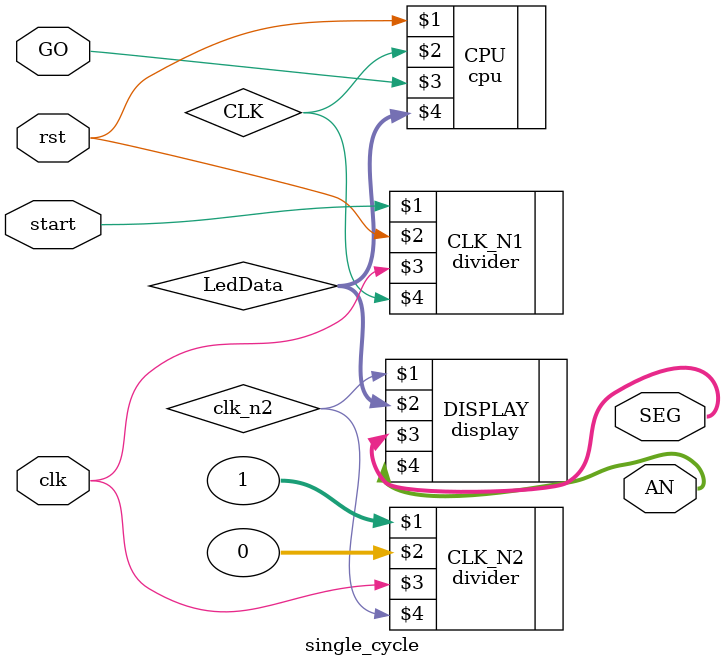
<source format=v>
module single_cycle(start, rst, clk, GO, SEG, AN);
    input start, rst, clk, GO;
    output[7:0] SEG;
    output[7:0] AN;
    wire CLK;
    wire clk_n2;
    parameter WIDTH = 32;
    
    wire [WIDTH-1:0] LedData;
    
    divider #(.N(5_000_000)) CLK_N1(start, rst, clk, CLK);
    divider #(.N(100_000)) CLK_N2(1, 0, clk, clk_n2);
    cpu #(.WIDTH(WIDTH)) CPU(rst, CLK, GO, LedData);
    display #(.WIDTH(WIDTH)) DISPLAY(clk_n2, LedData, SEG, AN);
    
endmodule
</source>
